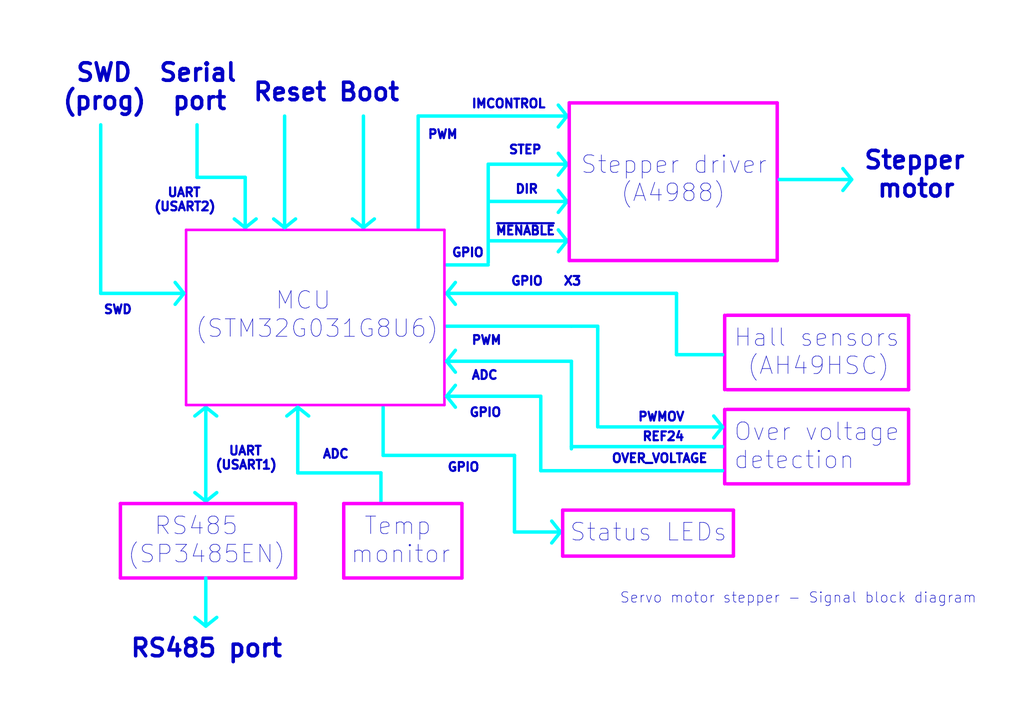
<source format=kicad_sch>
(kicad_sch (version 20230121) (generator eeschema)
  (paper "A4")
  (title_block (title "Servo motor stepper M3 -  Signal block diagram") (date "2023-09-10") (rev "V3"))
  (lib_symbols)
  (polyline (pts (xy 173.355 95.25) (xy 173.355 123.825)) (stroke (width 1) (type solid) (color 0 255 255 1)))
  (polyline (pts (xy 263.525 140.335) (xy 210.82 140.335)) (stroke (width 1) (type solid) (color 255 0 255 1)))
  (polyline (pts (xy 132.08 107.95) (xy 129.54 104.775)) (stroke (width 1) (type solid) (color 0 255 255 1)))
  (polyline (pts (xy 263.525 118.745) (xy 263.525 140.335)) (stroke (width 1) (type solid) (color 255 0 255 1)))
  (polyline (pts (xy 129.54 114.935) (xy 132.08 111.76)) (stroke (width 1) (type solid) (color 0 255 255 1)))
  (polyline (pts (xy 173.355 94.615) (xy 173.355 95.885)) (stroke (width 1) (type solid) (color 0 255 255 1)))
  (polyline (pts (xy 57.15 51.435) (xy 71.12 51.435)) (stroke (width 1) (type solid) (color 0 255 255 1)))
  (polyline (pts (xy 121.285 66.04) (xy 121.285 33.655)) (stroke (width 1) (type solid) (color 0 255 255 1)))
  (polyline (pts (xy 149.225 132.08) (xy 149.225 154.305)) (stroke (width 1) (type solid) (color 0 255 255 1)))
  (polyline (pts (xy 62.865 179.07) (xy 59.69 181.61)) (stroke (width 1) (type solid) (color 0 255 255 1)))
  (polyline (pts (xy 86.36 118.11) (xy 89.535 120.65)) (stroke (width 1) (type solid) (color 0 255 255 1)))
  (polyline (pts (xy 210.82 118.745) (xy 263.525 118.745)) (stroke (width 1) (type solid) (color 255 0 255 1)))
  (polyline (pts (xy 53.34 85.09) (xy 50.8 88.265)) (stroke (width 1) (type solid) (color 0 255 255 1)))
  (polyline (pts (xy 156.845 114.935) (xy 156.845 136.525)) (stroke (width 1) (type solid) (color 0 255 255 1)))
  (polyline (pts (xy 210.185 91.44) (xy 210.185 113.03)) (stroke (width 1) (type solid) (color 255 0 255 1)))
  (polyline (pts (xy 247.015 52.07) (xy 244.475 55.245)) (stroke (width 1) (type solid) (color 0 255 255 1)))
  (polyline (pts (xy 82.55 33.655) (xy 82.55 65.405)) (stroke (width 1) (type solid) (color 0 255 255 1)))
  (polyline (pts (xy 164.465 69.85) (xy 161.925 73.025)) (stroke (width 1) (type solid) (color 0 255 255 1)))
  (polyline (pts (xy 74.295 63.5) (xy 71.12 66.04)) (stroke (width 1) (type solid) (color 0 255 255 1)))
  (polyline (pts (xy 212.725 161.29) (xy 163.195 161.29)) (stroke (width 1) (type solid) (color 255 0 255 1)))
  (polyline (pts (xy 162.56 154.305) (xy 149.225 154.305)) (stroke (width 1) (type solid) (color 0 255 255 1)))
  (polyline (pts (xy 86.36 137.16) (xy 110.49 137.16)) (stroke (width 1) (type solid) (color 0 255 255 1)))
  (polyline (pts (xy 196.215 85.09) (xy 196.215 102.87)) (stroke (width 1) (type solid) (color 0 255 255 1)))
  (polyline (pts (xy 99.695 146.05) (xy 99.695 167.64)) (stroke (width 1) (type solid) (color 255 0 255 1)))
  (polyline (pts (xy 29.21 85.09) (xy 29.21 36.195)) (stroke (width 1) (type solid) (color 0 255 255 1)))
  (polyline (pts (xy 207.01 120.65) (xy 209.55 123.825)) (stroke (width 1) (type solid) (color 0 255 255 1)))
  (polyline (pts (xy 82.55 66.04) (xy 79.375 63.5)) (stroke (width 1) (type solid) (color 0 255 255 1)))
  (polyline (pts (xy 105.41 66.04) (xy 102.235 63.5)) (stroke (width 1) (type solid) (color 0 255 255 1)))
  (polyline (pts (xy 165.1 29.845) (xy 165.1 75.565)) (stroke (width 1) (type solid) (color 255 0 255 1)))
  (polyline (pts (xy 141.605 47.625) (xy 163.83 47.625)) (stroke (width 1) (type solid) (color 0 255 255 1)))
  (polyline (pts (xy 156.845 114.935) (xy 130.175 114.935)) (stroke (width 1) (type solid) (color 0 255 255 1)))
  (polyline (pts (xy 161.925 30.48) (xy 164.465 33.655)) (stroke (width 1) (type solid) (color 0 255 255 1)))
  (polyline (pts (xy 83.185 120.65) (xy 86.36 118.11)) (stroke (width 1) (type solid) (color 0 255 255 1)))
  (polyline (pts (xy 128.905 66.675) (xy 128.905 117.475)) (stroke (width 0.75) (type solid) (color 255 0 255 1)))
  (polyline (pts (xy 129.54 76.835) (xy 141.605 76.835)) (stroke (width 1) (type solid) (color 0 255 255 1)))
  (polyline (pts (xy 59.69 167.64) (xy 59.69 180.975)) (stroke (width 1) (type solid) (color 0 255 255 1)))
  (polyline (pts (xy 133.985 167.64) (xy 99.695 167.64)) (stroke (width 1) (type solid) (color 255 0 255 1)))
  (polyline (pts (xy 110.49 137.16) (xy 110.49 145.415)) (stroke (width 1) (type solid) (color 0 255 255 1)))
  (polyline (pts (xy 225.425 75.565) (xy 165.1 75.565)) (stroke (width 1) (type solid) (color 255 0 255 1)))
  (polyline (pts (xy 142.24 69.85) (xy 163.83 69.85)) (stroke (width 1) (type solid) (color 0 255 255 1)))
  (polyline (pts (xy 161.925 66.675) (xy 164.465 69.85)) (stroke (width 1) (type solid) (color 0 255 255 1)))
  (polyline (pts (xy 128.905 117.475) (xy 53.975 117.475)) (stroke (width 0.75) (type solid) (color 255 0 255 1)))
  (polyline (pts (xy 165.735 94.615) (xy 173.355 94.615)) (stroke (width 1) (type solid) (color 0 255 255 1)))
  (polyline (pts (xy 162.56 154.305) (xy 160.02 157.48)) (stroke (width 1) (type solid) (color 0 255 255 1)))
  (polyline (pts (xy 59.69 118.11) (xy 59.69 144.78)) (stroke (width 1) (type solid) (color 0 255 255 1)))
  (polyline (pts (xy 99.695 146.05) (xy 133.985 146.05)) (stroke (width 1) (type solid) (color 255 0 255 1)))
  (polyline (pts (xy 244.475 48.895) (xy 247.015 52.07)) (stroke (width 1) (type solid) (color 0 255 255 1)))
  (polyline (pts (xy 263.525 113.03) (xy 210.82 113.03)) (stroke (width 1) (type solid) (color 255 0 255 1)))
  (polyline (pts (xy 226.06 52.07) (xy 246.38 52.07)) (stroke (width 1) (type solid) (color 0 255 255 1)))
  (polyline (pts (xy 111.125 132.08) (xy 149.225 132.08)) (stroke (width 1) (type solid) (color 0 255 255 1)))
  (polyline (pts (xy 132.08 88.265) (xy 129.54 85.09)) (stroke (width 1) (type solid) (color 0 255 255 1)))
  (polyline (pts (xy 173.99 123.825) (xy 209.55 123.825)) (stroke (width 1) (type solid) (color 0 255 255 1)))
  (polyline (pts (xy 85.725 63.5) (xy 82.55 66.04)) (stroke (width 1) (type solid) (color 0 255 255 1)))
  (polyline (pts (xy 53.975 66.675) (xy 128.905 66.675)) (stroke (width 0.75) (type solid) (color 255 0 255 1)))
  (polyline (pts (xy 59.69 118.11) (xy 62.865 120.65)) (stroke (width 1) (type solid) (color 0 255 255 1)))
  (polyline (pts (xy 132.08 118.11) (xy 129.54 114.935)) (stroke (width 1) (type solid) (color 0 255 255 1)))
  (polyline (pts (xy 111.125 118.11) (xy 111.125 132.08)) (stroke (width 1) (type solid) (color 0 255 255 1)))
  (polyline (pts (xy 161.925 44.45) (xy 164.465 47.625)) (stroke (width 1) (type solid) (color 0 255 255 1)))
  (polyline (pts (xy 59.69 145.415) (xy 56.515 142.875)) (stroke (width 1) (type solid) (color 0 255 255 1)))
  (polyline (pts (xy 165.735 94.615) (xy 129.54 94.615)) (stroke (width 1) (type solid) (color 0 255 255 1)))
  (polyline (pts (xy 163.195 147.955) (xy 163.195 161.29)) (stroke (width 1) (type solid) (color 255 0 255 1)))
  (polyline (pts (xy 59.69 181.61) (xy 56.515 179.07)) (stroke (width 1) (type solid) (color 0 255 255 1)))
  (polyline (pts (xy 29.21 85.09) (xy 52.705 85.09)) (stroke (width 1) (type solid) (color 0 255 255 1)))
  (polyline (pts (xy 34.925 146.05) (xy 85.725 146.05)) (stroke (width 1) (type solid) (color 255 0 255 1)))
  (polyline (pts (xy 196.215 85.09) (xy 130.175 85.09)) (stroke (width 1) (type solid) (color 0 255 255 1)))
  (polyline (pts (xy 85.725 167.64) (xy 34.925 167.64)) (stroke (width 1) (type solid) (color 255 0 255 1)))
  (polyline (pts (xy 209.55 123.825) (xy 207.01 127)) (stroke (width 1) (type solid) (color 0 255 255 1)))
  (polyline (pts (xy 121.285 33.655) (xy 163.83 33.655)) (stroke (width 1) (type solid) (color 0 255 255 1)))
  (polyline (pts (xy 160.02 151.13) (xy 162.56 154.305)) (stroke (width 1) (type solid) (color 0 255 255 1)))
  (polyline (pts (xy 141.605 76.2) (xy 141.605 47.625)) (stroke (width 1) (type solid) (color 0 255 255 1)))
  (polyline (pts (xy 53.975 66.675) (xy 53.975 117.475)) (stroke (width 0.75) (type solid) (color 255 0 255 1)))
  (polyline (pts (xy 210.82 91.44) (xy 263.525 91.44)) (stroke (width 1) (type solid) (color 255 0 255 1)))
  (polyline (pts (xy 209.55 136.525) (xy 156.845 136.525)) (stroke (width 1) (type solid) (color 0 255 255 1)))
  (polyline (pts (xy 129.54 104.775) (xy 132.08 101.6)) (stroke (width 1) (type solid) (color 0 255 255 1)))
  (polyline (pts (xy 161.925 55.245) (xy 164.465 58.42)) (stroke (width 1) (type solid) (color 0 255 255 1)))
  (polyline (pts (xy 164.465 33.655) (xy 161.925 36.83)) (stroke (width 1) (type solid) (color 0 255 255 1)))
  (polyline (pts (xy 164.465 58.42) (xy 161.925 61.595)) (stroke (width 1) (type solid) (color 0 255 255 1)))
  (polyline (pts (xy 225.425 29.845) (xy 225.425 75.565)) (stroke (width 1) (type solid) (color 255 0 255 1)))
  (polyline (pts (xy 164.465 47.625) (xy 161.925 50.8)) (stroke (width 1) (type solid) (color 0 255 255 1)))
  (polyline (pts (xy 50.8 81.915) (xy 53.34 85.09)) (stroke (width 1) (type solid) (color 0 255 255 1)))
  (polyline (pts (xy 163.195 147.955) (xy 212.725 147.955)) (stroke (width 1) (type solid) (color 255 0 255 1)))
  (polyline (pts (xy 71.12 66.04) (xy 67.945 63.5)) (stroke (width 1) (type solid) (color 0 255 255 1)))
  (polyline (pts (xy 85.725 146.05) (xy 85.725 167.64)) (stroke (width 1) (type solid) (color 255 0 255 1)))
  (polyline (pts (xy 71.12 51.435) (xy 71.12 65.405)) (stroke (width 1) (type solid) (color 0 255 255 1)))
  (polyline (pts (xy 165.735 104.775) (xy 130.175 104.775)) (stroke (width 1) (type solid) (color 0 255 255 1)))
  (polyline (pts (xy 86.36 118.11) (xy 86.36 137.16)) (stroke (width 1) (type solid) (color 0 255 255 1)))
  (polyline (pts (xy 34.925 146.05) (xy 34.925 167.64)) (stroke (width 1) (type solid) (color 255 0 255 1)))
  (polyline (pts (xy 62.865 142.875) (xy 59.69 145.415)) (stroke (width 1) (type solid) (color 0 255 255 1)))
  (polyline (pts (xy 57.15 51.435) (xy 57.15 36.195)) (stroke (width 1) (type solid) (color 0 255 255 1)))
  (polyline (pts (xy 133.985 146.05) (xy 133.985 167.64)) (stroke (width 1) (type solid) (color 255 0 255 1)))
  (polyline (pts (xy 165.735 129.54) (xy 209.55 129.54)) (stroke (width 1) (type solid) (color 0 255 255 1)))
  (polyline (pts (xy 141.605 58.42) (xy 163.83 58.42)) (stroke (width 1) (type solid) (color 0 255 255 1)))
  (polyline (pts (xy 263.525 91.44) (xy 263.525 113.03)) (stroke (width 1) (type solid) (color 255 0 255 1)))
  (polyline (pts (xy 105.41 33.655) (xy 105.41 65.405)) (stroke (width 1) (type solid) (color 0 255 255 1)))
  (polyline (pts (xy 108.585 63.5) (xy 105.41 66.04)) (stroke (width 1) (type solid) (color 0 255 255 1)))
  (polyline (pts (xy 165.1 29.845) (xy 225.425 29.845)) (stroke (width 1) (type solid) (color 255 0 255 1)))
  (polyline (pts (xy 165.735 104.775) (xy 165.735 130.175)) (stroke (width 1) (type solid) (color 0 255 255 1)))
  (polyline (pts (xy 209.55 102.87) (xy 196.215 102.87)) (stroke (width 1) (type solid) (color 0 255 255 1)))
  (polyline (pts (xy 56.515 120.65) (xy 59.69 118.11)) (stroke (width 1) (type solid) (color 0 255 255 1)))
  (polyline (pts (xy 212.725 147.955) (xy 212.725 161.29)) (stroke (width 1) (type solid) (color 255 0 255 1)))
  (polyline (pts (xy 210.185 118.745) (xy 210.185 140.335)) (stroke (width 1) (type solid) (color 255 0 255 1)))
  (polyline (pts (xy 129.54 85.09) (xy 132.08 81.915)) (stroke (width 1) (type solid) (color 0 255 255 1)))
  (text "~{MENABLE}" (at 143.51 68.58 0) (effects (font (size 2.54 2.54) (thickness 1.016) bold) (justify left bottom)))
  (text "Stepper driver\n   (A4988)" (at 168.275 59.055 0) (effects (font (size 5.08 5.08)) (justify left bottom)))
  (text "Serial\n port" (at 45.72 32.385 0) (effects (font (size 5.08 5.08) (thickness 1.016) bold) (justify left bottom)))
  (text "REF24" (at 186.055 128.27 0) (effects (font (size 2.54 2.54) (thickness 1.016) bold) (justify left bottom)))
  (text "  RS485\n(SP3485EN)" (at 36.83 163.83 0) (effects (font (size 5.08 5.08)) (justify left bottom)))
  (text " Temp\nmonitor" (at 101.6 163.83 0) (effects (font (size 5.08 5.08)) (justify left bottom)))
  (text "  UART\n(USART2)" (at 44.45 61.595 0) (effects (font (size 2.54 2.54) (thickness 1.016) bold) (justify left bottom)))
  (text "      MCU\n(STM32G031G8U6)" (at 56.515 98.425 0) (effects (font (size 5.08 5.08)) (justify left bottom)))
  (text "IMCONTROL" (at 136.525 31.75 0) (effects (font (size 2.54 2.54) (thickness 1.016) bold) (justify left bottom)))
  (text "ADC" (at 93.345 133.35 0) (effects (font (size 2.54 2.54) (thickness 1.016) bold) (justify left bottom)))
  (text "  UART\n(USART1)" (at 62.23 136.525 0) (effects (font (size 2.54 2.54) (thickness 1.016) bold) (justify left bottom)))
  (text "PWM" (at 136.525 100.33 0) (effects (font (size 2.54 2.54) (thickness 1.016) bold) (justify left bottom)))
  (text "GPIO" (at 130.81 74.93 0) (effects (font (size 2.54 2.54) (thickness 1.016) bold) (justify left bottom)))
  (text "STEP" (at 147.32 45.085 0) (effects (font (size 2.54 2.54) (thickness 1.016) bold) (justify left bottom)))
  (text "X3" (at 163.195 83.185 0) (effects (font (size 2.54 2.54) (thickness 1.016) bold) (justify left bottom)))
  (text " SWD\n(prog)" (at 17.78 32.385 0) (effects (font (size 5.08 5.08) (thickness 1.016) bold) (justify left bottom)))
  (text "Over voltage\ndetection" (at 212.725 136.525 0) (effects (font (size 5.08 5.08)) (justify left bottom)))
  (text "OVER_VOLTAGE" (at 177.165 134.62 0) (effects (font (size 2.54 2.54) (thickness 1.016) bold) (justify left bottom)))
  (text "Status LEDs" (at 165.1 157.48 0) (effects (font (size 5.08 5.08)) (justify left bottom)))
  (text "ADC" (at 136.525 110.49 0) (effects (font (size 2.54 2.54) (thickness 1.016) bold) (justify left bottom)))
  (text "Boot" (at 97.79 29.845 0) (effects (font (size 5.08 5.08) (thickness 1.016) bold) (justify left bottom)))
  (text "GPIO" (at 147.955 83.185 0) (effects (font (size 2.54 2.54) (thickness 1.016) bold) (justify left bottom)))
  (text "PWMOV" (at 184.785 122.555 0) (effects (font (size 2.54 2.54) (thickness 1.016) bold) (justify left bottom)))
  (text "Reset" (at 73.025 29.845 0) (effects (font (size 5.08 5.08) (thickness 1.016) bold) (justify left bottom)))
  (text "DIR" (at 149.225 56.515 0) (effects (font (size 2.54 2.54) (thickness 1.016) bold) (justify left bottom)))
  (text "Stepper\n motor" (at 250.19 57.785 0) (effects (font (size 5.08 5.08) (thickness 1.016) bold) (justify left bottom)))
  (text "PWM" (at 123.825 40.64 0) (effects (font (size 2.54 2.54) (thickness 1.016) bold) (justify left bottom)))
  (text "GPIO" (at 135.89 121.285 0) (effects (font (size 2.54 2.54) (thickness 1.016) bold) (justify left bottom)))
  (text "RS485 port" (at 37.465 191.135 0) (effects (font (size 5.08 5.08) (thickness 1.016) bold) (justify left bottom)))
  (text "Servo motor stepper - Signal block diagram" (at 179.705 175.26 0) (effects (font (size 3 3)) (justify left bottom)))
  (text "Hall sensors\n (AH49HSC)" (at 212.725 109.22 0) (effects (font (size 5.08 5.08)) (justify left bottom)))
  (text "SWD" (at 29.845 91.44 0) (effects (font (size 2.54 2.54) (thickness 1.016) bold) (justify left bottom)))
  (text "GPIO" (at 129.54 137.16 0) (effects (font (size 2.54 2.54) (thickness 1.016) bold) (justify left bottom)))
)
</source>
